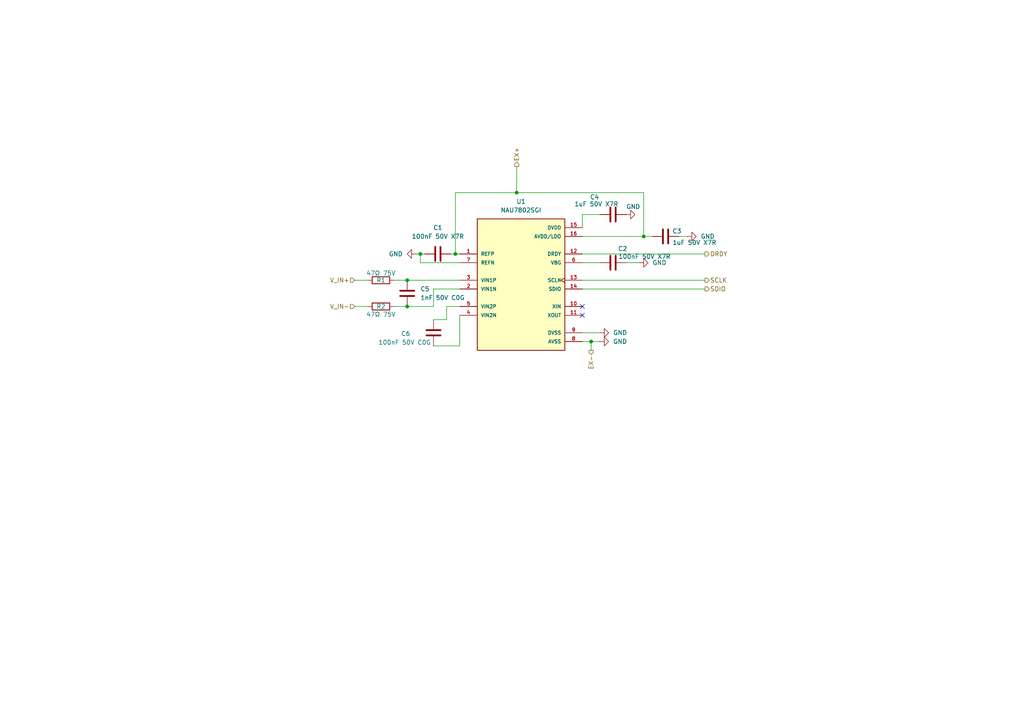
<source format=kicad_sch>
(kicad_sch (version 20250114) (generator "eeschema") (generator_version "9.0")
  (paper "A4")
  (lib_symbols
    (symbol "0_pdb_lib:NAU7802SGI" (pin_names (offset 1.016))
      (property "Reference" "U" (at -12.7 18.542 0))
      (property "Value" "NAU7802SGI" (at -12.7 -22.86 0))
      (symbol "NAU7802SGI_0_0"
        (rectangle (start -12.7 -20.32) (end 12.7 17.78) (stroke (width 0.254)) (fill (type background)))
        (pin input line (at -17.78 7.62 0) (length 5.08) (name "REFP") (number "1"))
        (pin input line (at -17.78 5.08 0) (length 5.08) (name "REFN") (number "7"))
        (pin input line (at -17.78 0 0) (length 5.08) (name "VIN1P") (number "3"))
        (pin input line (at -17.78 -2.54 0) (length 5.08) (name "VIN1N") (number "2"))
        (pin input line (at -17.78 -7.62 0) (length 5.08) (name "VIN2P") (number "5"))
        (pin input line (at -17.78 -10.16 0) (length 5.08) (name "VIN2N") (number "4"))
        (pin power_in line (at 17.78 15.24 180) (length 5.08) (name "DVDD") (number "15"))
        (pin power_in line (at 17.78 12.7 180) (length 5.08) (name "AVDD/LDO") (number "16"))
        (pin output line (at 17.78 7.62 180) (length 5.08) (name "DRDY") (number "12"))
        (pin output line (at 17.78 5.08 180) (length 5.08) (name "VBG") (number "6"))
        (pin input clock (at 17.78 0 180) (length 5.08) (name "SCLK") (number "13"))
        (pin bidirectional line (at 17.78 -2.54 180) (length 5.08) (name "SDIO") (number "14"))
        (pin input line (at 17.78 -7.62 180) (length 5.08) (name "XIN") (number "10"))
        (pin output line (at 17.78 -10.16 180) (length 5.08) (name "XOUT") (number "11"))
        (pin power_in line (at 17.78 -15.24 180) (length 5.08) (name "DVSS") (number "9"))
        (pin power_in line (at 17.78 -17.78 180) (length 5.08) (name "AVSS") (number "8"))
      )
    )
    (symbol "Device:C" (pin_numbers (hide yes)) (pin_names (offset 0.254))
      (property "Reference" "C" (at 0.635 2.54 0))
      (property "Value" "C" (at 0.635 -2.54 0))
      (symbol "C_0_1"
        (polyline (pts (xy -2.032 0.762) (xy 2.032 0.762)) (stroke (width 0.508)))
        (polyline (pts (xy -2.032 -0.762) (xy 2.032 -0.762)) (stroke (width 0.508)))
      )
      (symbol "C_1_1"
        (pin passive line (at 0 3.81 270) (length 2.794) (name "~") (number "1"))
        (pin passive line (at 0 -3.81 90) (length 2.794) (name "~") (number "2"))
      )
    )
    (symbol "Device:R" (pin_numbers (hide yes)) (pin_names (offset 0))
      (property "Reference" "R" (at 2.032 0 90))
      (property "Value" "R" (at 0 0 90))
      (symbol "R_0_1"
        (rectangle (start -1.016 -2.54) (end 1.016 2.54) (stroke (width 0.254)))
      )
      (symbol "R_1_1"
        (pin passive line (at 0 3.81 270) (length 1.27) (name "~") (number "1"))
        (pin passive line (at 0 -3.81 90) (length 1.27) (name "~") (number "2"))
      )
    )
    (symbol "power:GND" (power) (pin_numbers (hide yes)) (pin_names (offset 0) (hide yes))
      (property "Value" "GND" (at 0 -3.81 0))
      (symbol "GND_0_1"
        (polyline (pts (xy 0 0) (xy 0 -1.27) (xy 1.27 -1.27) (xy 0 -2.54) (xy -1.27 -1.27) (xy 0 -1.27)))
      )
      (symbol "GND_1_1"
        (pin power_in line (at 0 0 270) (length 0) (name "~") (number "1"))
      )
    )
  )
  (junction (at 118.11 81.28))
  (junction (at 171.45 99.06))
  (junction (at 149.86 55.88))
  (junction (at 186.69 68.58))
  (junction (at 132.08 73.66))
  (junction (at 118.11 88.9))
  (junction (at 121.92 73.66))
  (no_connect (at 168.91 91.44))
  (no_connect (at 168.91 88.9))
  (wire (pts (xy 133.35 83.82) (xy 125.73 83.82)))
  (wire (pts (xy 102.87 81.28) (xy 106.68 81.28)))
  (wire (pts (xy 129.54 92.71) (xy 125.73 92.71)))
  (wire (pts (xy 171.45 99.06) (xy 173.99 99.06)))
  (wire (pts (xy 133.35 76.2) (xy 121.92 76.2)))
  (wire (pts (xy 149.86 55.88) (xy 132.08 55.88)))
  (wire (pts (xy 120.65 73.66) (xy 121.92 73.66)))
  (wire (pts (xy 168.91 66.04) (xy 168.91 62.23)))
  (wire (pts (xy 125.73 88.9) (xy 118.11 88.9)))
  (wire (pts (xy 168.91 83.82) (xy 204.47 83.82)))
  (wire (pts (xy 196.85 68.58) (xy 199.39 68.58)))
  (wire (pts (xy 186.69 68.58) (xy 189.23 68.58)))
  (wire (pts (xy 114.3 81.28) (xy 118.11 81.28)))
  (wire (pts (xy 185.42 76.2) (xy 181.61 76.2)))
  (wire (pts (xy 130.81 73.66) (xy 132.08 73.66)))
  (wire (pts (xy 129.54 88.9) (xy 129.54 92.71)))
  (wire (pts (xy 114.3 88.9) (xy 118.11 88.9)))
  (wire (pts (xy 132.08 73.66) (xy 133.35 73.66)))
  (wire (pts (xy 149.86 48.26) (xy 149.86 55.88)))
  (wire (pts (xy 121.92 76.2) (xy 121.92 73.66)))
  (wire (pts (xy 133.35 88.9) (xy 129.54 88.9)))
  (wire (pts (xy 121.92 73.66) (xy 123.19 73.66)))
  (wire (pts (xy 168.91 73.66) (xy 204.47 73.66)))
  (wire (pts (xy 168.91 68.58) (xy 186.69 68.58)))
  (wire (pts (xy 186.69 55.88) (xy 149.86 55.88)))
  (wire (pts (xy 168.91 81.28) (xy 204.47 81.28)))
  (wire (pts (xy 168.91 62.23) (xy 173.99 62.23)))
  (wire (pts (xy 168.91 96.52) (xy 173.99 96.52)))
  (wire (pts (xy 133.35 100.33) (xy 133.35 91.44)))
  (wire (pts (xy 186.69 68.58) (xy 186.69 55.88)))
  (wire (pts (xy 102.87 88.9) (xy 106.68 88.9)))
  (wire (pts (xy 125.73 100.33) (xy 133.35 100.33)))
  (wire (pts (xy 168.91 76.2) (xy 173.99 76.2)))
  (wire (pts (xy 118.11 81.28) (xy 133.35 81.28)))
  (wire (pts (xy 125.73 83.82) (xy 125.73 88.9)))
  (wire (pts (xy 171.45 99.06) (xy 171.45 101.6)))
  (wire (pts (xy 132.08 55.88) (xy 132.08 73.66)))
  (wire (pts (xy 168.91 99.06) (xy 171.45 99.06)))
  (hierarchical_label "EX+" (shape output) (at 149.86 48.26 90))
  (hierarchical_label "V_IN+" (shape input) (at 102.87 81.28 180))
  (hierarchical_label "V_IN-" (shape input) (at 102.87 88.9 180))
  (hierarchical_label "EX-" (shape output) (at 171.45 101.6 270))
  (hierarchical_label "DRDY" (shape output) (at 204.47 73.66 0))
  (hierarchical_label "SCLK" (shape output) (at 204.47 81.28 0))
  (hierarchical_label "SDIO" (shape output) (at 204.47 83.82 0))
  (symbol (lib_id "power:GND") (at 120.65 73.66 270) (unit 1)
    (property "Reference" "#PWR036" (effects (hide yes)))
    (property "Value" "GND" (at 116.84 73.6599 90) (effects (justify right)))
    (property "Description" "Power symbol creates a global label with name \"GND\" , ground" (effects (hide yes)))
  )
  (symbol (lib_id "Device:C") (at 118.11 85.09 0) (unit 1)
    (property "Reference" "C5" (at 121.92 83.8199 0) (effects (justify left)))
    (property "Value" "1nF 50V C0G" (at 121.92 86.3599 0) (effects (justify left)))
    (property "Footprint" "Capacitor_SMD:C_0603_1608Metric" (effects (hide yes)))
    (property "Description" "Unpolarized capacitor" (effects (hide yes)))
    (property "LCSC Part #" "C163508" (effects (hide yes)))
  )
  (symbol (lib_id "Device:R") (at 110.49 81.28 90) (unit 1)
    (property "Reference" "R1" (at 110.49 81.28 90))
    (property "Value" "47Ω 75V" (at 110.49 79.248 90))
    (property "Footprint" "Resistor_SMD:R_0603_1608Metric" (effects (hide yes)))
    (property "Description" "Resistor" (effects (hide yes)))
    (property "LCSC Part #" "C1211" (effects (hide yes)))
  )
  (symbol (lib_id "Device:C") (at 127 73.66 270) (unit 1)
    (property "Reference" "C1" (at 127 66.04 90))
    (property "Value" "100nF 50V X7R" (at 127 68.58 90))
    (property "Footprint" "Capacitor_SMD:C_0603_1608Metric" (effects (hide yes)))
    (property "Description" "Unpolarized capacitor" (effects (hide yes)))
    (property "LCSC Part #" "C14663" (effects (hide yes)))
  )
  (symbol (lib_id "power:GND") (at 181.61 62.23 90) (unit 1)
    (property "Reference" "#PWR040" (effects (hide yes)))
    (property "Value" "GND" (at 181.61 59.944 90) (effects (justify right)))
    (property "Description" "Power symbol creates a global label with name \"GND\" , ground" (effects (hide yes)))
  )
  (symbol (lib_id "power:GND") (at 173.99 99.06 90) (unit 1)
    (property "Reference" "#PWR038" (effects (hide yes)))
    (property "Value" "GND" (at 177.8 99.0599 90) (effects (justify right)))
    (property "Description" "Power symbol creates a global label with name \"GND\" , ground" (effects (hide yes)))
  )
  (symbol (lib_id "power:GND") (at 199.39 68.58 90) (unit 1)
    (property "Reference" "#PWR037" (effects (hide yes)))
    (property "Value" "GND" (at 203.2 68.5799 90) (effects (justify right)))
    (property "Description" "Power symbol creates a global label with name \"GND\" , ground" (effects (hide yes)))
  )
  (symbol (lib_id "Device:C") (at 193.04 68.58 270) (unit 1)
    (property "Reference" "C3" (at 196.342 67.056 90))
    (property "Value" "1uF 50V X7R" (at 201.422 70.358 90))
    (property "Footprint" "Capacitor_SMD:C_0603_1608Metric" (effects (hide yes)))
    (property "Description" "Unpolarized capacitor" (effects (hide yes)))
    (property "LCSC Part #" "C5199872" (effects (hide yes)))
  )
  (symbol (lib_id "power:GND") (at 185.42 76.2 90) (unit 1)
    (property "Reference" "#PWR039" (effects (hide yes)))
    (property "Value" "GND" (at 189.23 76.1999 90) (effects (justify right)))
    (property "Description" "Power symbol creates a global label with name \"GND\" , ground" (effects (hide yes)))
  )
  (symbol (lib_id "Device:C") (at 177.8 76.2 90) (unit 1)
    (property "Reference" "C2" (at 180.594 72.136 90))
    (property "Value" "100nF 50V X7R" (at 186.944 74.422 90))
    (property "Footprint" "Capacitor_SMD:C_0603_1608Metric" (effects (hide yes)))
    (property "Description" "Unpolarized capacitor" (effects (hide yes)))
    (property "LCSC Part #" "C14663" (effects (hide yes)))
  )
  (symbol (lib_id "Device:C") (at 177.8 62.23 90) (unit 1)
    (property "Reference" "C4" (at 172.466 57.15 90))
    (property "Value" "1uF 50V X7R" (at 172.974 59.182 90))
    (property "Footprint" "Capacitor_SMD:C_0603_1608Metric" (effects (hide yes)))
    (property "Description" "Unpolarized capacitor" (effects (hide yes)))
    (property "LCSC Part #" "C5199872" (effects (hide yes)))
  )
  (symbol (lib_id "Device:C") (at 125.73 96.52 180) (unit 1)
    (property "Reference" "C6" (at 116.332 96.774 0) (effects (justify right)))
    (property "Value" "100nF 50V C0G" (at 109.728 99.314 0) (effects (justify right)))
    (property "Footprint" "Capacitor_SMD:C_1206_3216Metric" (effects (hide yes)))
    (property "Description" "Unpolarized capacitor" (effects (hide yes)))
    (property "LCSC Part #" "C97946" (effects (hide yes)))
  )
  (symbol (lib_id "Device:R") (at 110.49 88.9 90) (unit 1)
    (property "Reference" "R2" (at 110.49 88.9 90))
    (property "Value" "47Ω 75V" (at 110.49 91.186 90))
    (property "Footprint" "Resistor_SMD:R_0603_1608Metric" (effects (hide yes)))
    (property "Description" "Resistor" (effects (hide yes)))
    (property "LCSC Part #" "C1211" (effects (hide yes)))
  )
  (symbol (lib_id "0_pdb_lib:NAU7802SGI") (at 151.13 81.28 0) (unit 1)
    (property "Reference" "U1" (at 151.13 58.42 0))
    (property "Value" "NAU7802SGI" (at 151.13 60.96 0))
    (property "Footprint" "Package_SO:SOIC-16_3.9x9.9mm_P1.27mm" (effects (hide yes)))
    (property "MF" "Nuvoton Technology Corporation of America" (effects (hide yes)))
    (property "MAXIMUM_PACKAGE_HEIGHT" "1.75mm" (effects (hide yes)))
    (property "Package" "SOP-16 Nuvoton" (effects (hide yes)))
    (property "Price" "None" (effects (hide yes)))
    (property "Check_prices" "https://www.snapeda.com/parts/NAU7802SGI/Nuvoton/view-part/?ref=eda" (effects (hide yes)))
    (property "STANDARD" "IPC-7.51B" (effects (hide yes)))
    (property "PARTREV" "2.6" (effects (hide yes)))
    (property "SnapEDA_Link" "https://www.snapeda.com/parts/NAU7802SGI/Nuvoton/view-part/?ref=snap" (effects (hide yes)))
    (property "MP" "NAU7802SGI" (effects (hide yes)))
    (property "Description_1" "24 Bit Analog to Digital Converter 2 Input 1 Sigma-Delta 16-SOP" (effects (hide yes)))
    (property "Availability" "In Stock" (effects (hide yes)))
    (property "MANUFACTURER" "Nuvoton" (effects (hide yes)))
    (property "LCSC Part #" "C2614351" (effects (hide yes)))
  )
  (symbol (lib_id "power:GND") (at 173.99 96.52 90) (unit 1)
    (property "Reference" "#PWR041" (effects (hide yes)))
    (property "Value" "GND" (at 177.8 96.5199 90) (effects (justify right)))
    (property "Description" "Power symbol creates a global label with name \"GND\" , ground" (effects (hide yes)))
  )
)
</source>
